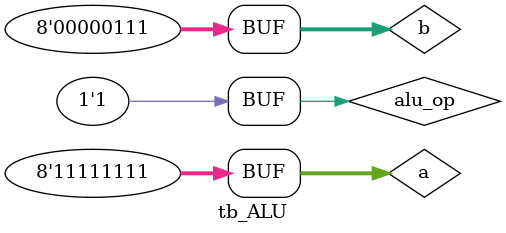
<source format=v>
module ALU(a,b,alu_op,result);//define module name and port variables 
input [7:0] a,b;//define 8-bit inputs
input alu_op;//define alu opcode
output [7:0] result;//define 8 bit output result
assign result = alu_op ? a<<b : a+b;//alu_op=0 --> addition, alu_op=1 --> shift left
endmodule 


//testbench ALU code
module tb_ALU;
reg [7:0] a,b;//define 8-bit inputs
reg alu_op;//define alu opcode
wire [7:0] result;//define 8 bit output result
ALU uut(a,b,alu_op,result);//module instantiation
initial
begin
//test vector define
a=8'd10; b=8'd26; alu_op=0;
#10 a=8'd51; b=8'd78; alu_op=0;
#10 a=8'b11111111; b=8'd0; alu_op=1;
#10 a=8'b11111111; b=8'd1; alu_op=1;
#10 a=8'b11111111; b=8'd2; alu_op=1;
#10 a=8'b11111111; b=8'd3; alu_op=1;
#10 a=8'b11111111; b=8'd4; alu_op=1;
#10 a=8'b11111111; b=8'd5; alu_op=1;
#10 a=8'b11111111; b=8'd6; alu_op=1;
#10 a=8'b11111111; b=8'd7; alu_op=1;
end
endmodule
</source>
